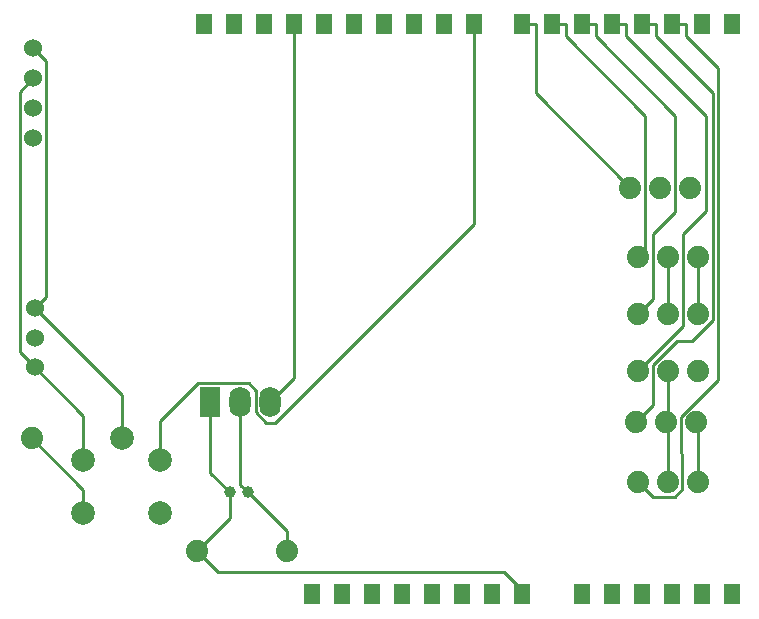
<source format=gbl>
G04 Layer: BottomLayer*
G04 EasyEDA v6.5.22, 2023-01-09 20:04:38*
G04 76fc7cb04a654140b8b759559db01802,79e341a08f52490f8cd84a0f7bb9d38b,10*
G04 Gerber Generator version 0.2*
G04 Scale: 100 percent, Rotated: No, Reflected: No *
G04 Dimensions in millimeters *
G04 leading zeros omitted , absolute positions ,4 integer and 5 decimal *
%FSLAX45Y45*%
%MOMM*%

%ADD10C,0.2540*%
%ADD11C,1.8796*%
%ADD12R,1.4224X1.7069*%
%ADD13C,1.5240*%
%ADD14O,1.7999964X2.5999948*%
%ADD15R,1.8000X2.6000*%
%ADD16C,2.0000*%
%ADD17C,1.0000*%

%LPD*%
D10*
X6540502Y2794000D02*
G01*
X6553202Y2781300D01*
X6553202Y2286000D01*
X6553202Y3225800D02*
G01*
X6553202Y2806700D01*
X6540502Y2794000D01*
X6553202Y4191000D02*
G01*
X6553202Y3708400D01*
X2679702Y2959607D02*
G01*
X2679702Y2363343D01*
X2845945Y2197100D01*
X2845945Y2197100D02*
G01*
X2845945Y1982343D01*
X2565402Y1701800D01*
X1930400Y2654300D02*
G01*
X1930400Y3018586D01*
X1193800Y3755186D01*
X1181102Y5956300D02*
G01*
X1291109Y5846292D01*
X1291109Y3852494D01*
X1193802Y3755186D01*
X1181102Y5702300D02*
G01*
X1064719Y5585917D01*
X1064719Y3384270D01*
X1193802Y3255187D01*
X1605409Y2469286D02*
G01*
X1605409Y2843580D01*
X1193802Y3255187D01*
X6794502Y2794000D02*
G01*
X6807202Y2781300D01*
X6807202Y2286000D01*
X6807202Y4191000D02*
G01*
X6807202Y3708400D01*
X3390900Y6159474D02*
G01*
X3390900Y3161766D01*
X3187725Y2958592D01*
X2933702Y2959582D02*
G01*
X2933702Y2259456D01*
X2996059Y2197100D01*
X2996059Y2197100D02*
G01*
X3327402Y1865756D01*
X3327402Y1701800D01*
X1168400Y2654300D02*
G01*
X1605409Y2217290D01*
X1605409Y2019300D01*
X4914900Y6159500D02*
G01*
X4914900Y4471459D01*
X3229818Y2786379D01*
X3152947Y2786379D01*
X3065200Y2874137D01*
X3065200Y3056811D01*
X3004319Y3117695D01*
X2572331Y3117695D01*
X2255390Y2800758D01*
X2255390Y2469288D01*
X5321300Y6159500D02*
G01*
X5433032Y6159500D01*
X5433037Y6159500D02*
G01*
X5433037Y5577865D01*
X6235702Y4775200D01*
X5575300Y6159500D02*
G01*
X5687032Y6159500D01*
X5687037Y6159500D02*
G01*
X5687037Y6060465D01*
X6362702Y5384800D01*
X6362702Y4254500D01*
X6299202Y4191000D01*
X5829300Y6159500D02*
G01*
X5941032Y6159500D01*
X5941037Y6159500D02*
G01*
X5941037Y6060465D01*
X6616702Y5384800D01*
X6616702Y4572254D01*
X6426202Y4381754D01*
X6426202Y3835400D01*
X6299202Y3708400D01*
X6083300Y6159500D02*
G01*
X6195006Y6159500D01*
X6195011Y6159500D02*
G01*
X6195011Y6060490D01*
X6875401Y5380101D01*
X6875401Y4576953D01*
X6680202Y4381754D01*
X6680202Y3606800D01*
X6299202Y3225800D01*
X6337300Y6159500D02*
G01*
X6449006Y6159500D01*
X6591300Y6159474D02*
G01*
X6703006Y6159474D01*
X6703006Y6159474D01*
X6299202Y2286000D02*
G01*
X6429555Y2155647D01*
X6610606Y2155647D01*
X6675909Y2220950D01*
X6675909Y2517597D01*
X6664403Y2529103D01*
X6664403Y2836519D01*
X6977941Y3150057D01*
X6977941Y5785535D01*
X6703011Y6060465D01*
X6703011Y6159474D01*
X2565400Y1701800D02*
G01*
X2743200Y1524000D01*
X5168900Y1524000D01*
X5321300Y1371600D01*
X5321300Y1333500D01*
X6449011Y6159500D02*
G01*
X6449011Y6060490D01*
X6936844Y5572658D01*
X6936844Y3651834D01*
X6761787Y3476777D01*
X6627091Y3476777D01*
X6426202Y3275888D01*
X6426202Y2933700D01*
X6286502Y2794000D01*
D11*
G01*
X2565400Y1701800D03*
G01*
X3327400Y1701800D03*
G01*
X6299200Y2286000D03*
G01*
X6553200Y2286000D03*
G01*
X6807200Y2286000D03*
G01*
X6286500Y2794000D03*
G01*
X6540500Y2794000D03*
G01*
X6794500Y2794000D03*
G01*
X6299200Y3225800D03*
G01*
X6553200Y3225800D03*
G01*
X6807200Y3225800D03*
G01*
X6299200Y3708400D03*
G01*
X6553200Y3708400D03*
G01*
X6807200Y3708400D03*
G01*
X6299200Y4191000D03*
G01*
X6553200Y4191000D03*
G01*
X6807200Y4191000D03*
G01*
X6235700Y4775200D03*
G01*
X6489700Y4775200D03*
G01*
X6743700Y4775200D03*
D12*
G01*
X4914900Y6159500D03*
G01*
X4660900Y6159474D03*
G01*
X4406900Y6159474D03*
G01*
X4152900Y6159474D03*
G01*
X3898900Y6159474D03*
G01*
X3644900Y6159474D03*
G01*
X3390900Y6159474D03*
G01*
X3136900Y6159474D03*
G01*
X2882900Y6159474D03*
G01*
X2628900Y6159474D03*
G01*
X7099300Y6159474D03*
G01*
X6845300Y6159474D03*
G01*
X6591300Y6159474D03*
G01*
X6337300Y6159500D03*
G01*
X6083300Y6159500D03*
G01*
X5829300Y6159500D03*
G01*
X5575300Y6159500D03*
G01*
X5321300Y6159500D03*
G01*
X5829300Y1333500D03*
G01*
X6083300Y1333500D03*
G01*
X6337300Y1333500D03*
G01*
X6591300Y1333500D03*
G01*
X6845300Y1333500D03*
G01*
X7099300Y1333500D03*
G01*
X3543300Y1333500D03*
G01*
X3797300Y1333500D03*
G01*
X4051300Y1333500D03*
G01*
X4305300Y1333500D03*
G01*
X4559300Y1333500D03*
G01*
X4813300Y1333500D03*
G01*
X5067300Y1333500D03*
G01*
X5321300Y1333500D03*
D13*
G01*
X1193800Y3505174D03*
G01*
X1193800Y3755186D03*
G01*
X1193800Y3255187D03*
D14*
G01*
X2933700Y2959582D03*
G01*
X3187725Y2958592D03*
D15*
G01*
X2679700Y2959607D03*
D16*
G01*
X2255393Y2469286D03*
G01*
X2255393Y2019300D03*
G01*
X1605406Y2019300D03*
G01*
X1605406Y2469286D03*
G01*
X1930400Y2654300D03*
D13*
G01*
X1181100Y5956300D03*
G01*
X1181100Y5702300D03*
G01*
X1181100Y5448300D03*
G01*
X1181100Y5194300D03*
D17*
G01*
X2996056Y2197100D03*
G01*
X2845943Y2197100D03*
D11*
G01*
X1168400Y2654300D03*
G01*
X1930400Y2654300D03*
M02*

</source>
